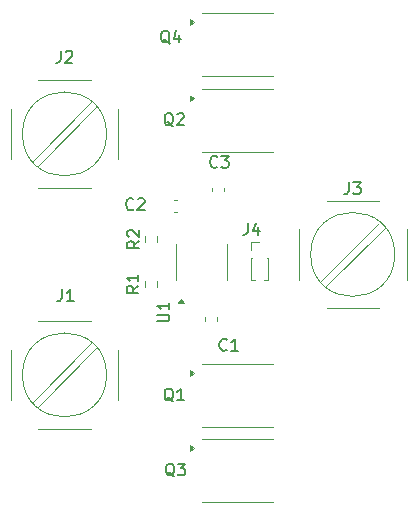
<source format=gbr>
%TF.GenerationSoftware,KiCad,Pcbnew,8.0.1*%
%TF.CreationDate,2024-04-15T20:02:01-07:00*%
%TF.ProjectId,Ideal OR Diode,49646561-6c20-44f5-9220-44696f64652e,1.0*%
%TF.SameCoordinates,Original*%
%TF.FileFunction,Legend,Top*%
%TF.FilePolarity,Positive*%
%FSLAX46Y46*%
G04 Gerber Fmt 4.6, Leading zero omitted, Abs format (unit mm)*
G04 Created by KiCad (PCBNEW 8.0.1) date 2024-04-15 20:02:01*
%MOMM*%
%LPD*%
G01*
G04 APERTURE LIST*
%ADD10C,0.150000*%
%ADD11C,0.120000*%
G04 APERTURE END LIST*
D10*
X120866666Y-85754819D02*
X120866666Y-86469104D01*
X120866666Y-86469104D02*
X120819047Y-86611961D01*
X120819047Y-86611961D02*
X120723809Y-86707200D01*
X120723809Y-86707200D02*
X120580952Y-86754819D01*
X120580952Y-86754819D02*
X120485714Y-86754819D01*
X121866666Y-86754819D02*
X121295238Y-86754819D01*
X121580952Y-86754819D02*
X121580952Y-85754819D01*
X121580952Y-85754819D02*
X121485714Y-85897676D01*
X121485714Y-85897676D02*
X121390476Y-85992914D01*
X121390476Y-85992914D02*
X121295238Y-86040533D01*
X130004761Y-64950057D02*
X129909523Y-64902438D01*
X129909523Y-64902438D02*
X129814285Y-64807200D01*
X129814285Y-64807200D02*
X129671428Y-64664342D01*
X129671428Y-64664342D02*
X129576190Y-64616723D01*
X129576190Y-64616723D02*
X129480952Y-64616723D01*
X129528571Y-64854819D02*
X129433333Y-64807200D01*
X129433333Y-64807200D02*
X129338095Y-64711961D01*
X129338095Y-64711961D02*
X129290476Y-64521485D01*
X129290476Y-64521485D02*
X129290476Y-64188152D01*
X129290476Y-64188152D02*
X129338095Y-63997676D01*
X129338095Y-63997676D02*
X129433333Y-63902438D01*
X129433333Y-63902438D02*
X129528571Y-63854819D01*
X129528571Y-63854819D02*
X129719047Y-63854819D01*
X129719047Y-63854819D02*
X129814285Y-63902438D01*
X129814285Y-63902438D02*
X129909523Y-63997676D01*
X129909523Y-63997676D02*
X129957142Y-64188152D01*
X129957142Y-64188152D02*
X129957142Y-64521485D01*
X129957142Y-64521485D02*
X129909523Y-64711961D01*
X129909523Y-64711961D02*
X129814285Y-64807200D01*
X129814285Y-64807200D02*
X129719047Y-64854819D01*
X129719047Y-64854819D02*
X129528571Y-64854819D01*
X130814285Y-64188152D02*
X130814285Y-64854819D01*
X130576190Y-63807200D02*
X130338095Y-64521485D01*
X130338095Y-64521485D02*
X130957142Y-64521485D01*
X130404761Y-101600057D02*
X130309523Y-101552438D01*
X130309523Y-101552438D02*
X130214285Y-101457200D01*
X130214285Y-101457200D02*
X130071428Y-101314342D01*
X130071428Y-101314342D02*
X129976190Y-101266723D01*
X129976190Y-101266723D02*
X129880952Y-101266723D01*
X129928571Y-101504819D02*
X129833333Y-101457200D01*
X129833333Y-101457200D02*
X129738095Y-101361961D01*
X129738095Y-101361961D02*
X129690476Y-101171485D01*
X129690476Y-101171485D02*
X129690476Y-100838152D01*
X129690476Y-100838152D02*
X129738095Y-100647676D01*
X129738095Y-100647676D02*
X129833333Y-100552438D01*
X129833333Y-100552438D02*
X129928571Y-100504819D01*
X129928571Y-100504819D02*
X130119047Y-100504819D01*
X130119047Y-100504819D02*
X130214285Y-100552438D01*
X130214285Y-100552438D02*
X130309523Y-100647676D01*
X130309523Y-100647676D02*
X130357142Y-100838152D01*
X130357142Y-100838152D02*
X130357142Y-101171485D01*
X130357142Y-101171485D02*
X130309523Y-101361961D01*
X130309523Y-101361961D02*
X130214285Y-101457200D01*
X130214285Y-101457200D02*
X130119047Y-101504819D01*
X130119047Y-101504819D02*
X129928571Y-101504819D01*
X130690476Y-100504819D02*
X131309523Y-100504819D01*
X131309523Y-100504819D02*
X130976190Y-100885771D01*
X130976190Y-100885771D02*
X131119047Y-100885771D01*
X131119047Y-100885771D02*
X131214285Y-100933390D01*
X131214285Y-100933390D02*
X131261904Y-100981009D01*
X131261904Y-100981009D02*
X131309523Y-101076247D01*
X131309523Y-101076247D02*
X131309523Y-101314342D01*
X131309523Y-101314342D02*
X131261904Y-101409580D01*
X131261904Y-101409580D02*
X131214285Y-101457200D01*
X131214285Y-101457200D02*
X131119047Y-101504819D01*
X131119047Y-101504819D02*
X130833333Y-101504819D01*
X130833333Y-101504819D02*
X130738095Y-101457200D01*
X130738095Y-101457200D02*
X130690476Y-101409580D01*
X126933333Y-78959580D02*
X126885714Y-79007200D01*
X126885714Y-79007200D02*
X126742857Y-79054819D01*
X126742857Y-79054819D02*
X126647619Y-79054819D01*
X126647619Y-79054819D02*
X126504762Y-79007200D01*
X126504762Y-79007200D02*
X126409524Y-78911961D01*
X126409524Y-78911961D02*
X126361905Y-78816723D01*
X126361905Y-78816723D02*
X126314286Y-78626247D01*
X126314286Y-78626247D02*
X126314286Y-78483390D01*
X126314286Y-78483390D02*
X126361905Y-78292914D01*
X126361905Y-78292914D02*
X126409524Y-78197676D01*
X126409524Y-78197676D02*
X126504762Y-78102438D01*
X126504762Y-78102438D02*
X126647619Y-78054819D01*
X126647619Y-78054819D02*
X126742857Y-78054819D01*
X126742857Y-78054819D02*
X126885714Y-78102438D01*
X126885714Y-78102438D02*
X126933333Y-78150057D01*
X127314286Y-78150057D02*
X127361905Y-78102438D01*
X127361905Y-78102438D02*
X127457143Y-78054819D01*
X127457143Y-78054819D02*
X127695238Y-78054819D01*
X127695238Y-78054819D02*
X127790476Y-78102438D01*
X127790476Y-78102438D02*
X127838095Y-78150057D01*
X127838095Y-78150057D02*
X127885714Y-78245295D01*
X127885714Y-78245295D02*
X127885714Y-78340533D01*
X127885714Y-78340533D02*
X127838095Y-78483390D01*
X127838095Y-78483390D02*
X127266667Y-79054819D01*
X127266667Y-79054819D02*
X127885714Y-79054819D01*
X134033333Y-75359580D02*
X133985714Y-75407200D01*
X133985714Y-75407200D02*
X133842857Y-75454819D01*
X133842857Y-75454819D02*
X133747619Y-75454819D01*
X133747619Y-75454819D02*
X133604762Y-75407200D01*
X133604762Y-75407200D02*
X133509524Y-75311961D01*
X133509524Y-75311961D02*
X133461905Y-75216723D01*
X133461905Y-75216723D02*
X133414286Y-75026247D01*
X133414286Y-75026247D02*
X133414286Y-74883390D01*
X133414286Y-74883390D02*
X133461905Y-74692914D01*
X133461905Y-74692914D02*
X133509524Y-74597676D01*
X133509524Y-74597676D02*
X133604762Y-74502438D01*
X133604762Y-74502438D02*
X133747619Y-74454819D01*
X133747619Y-74454819D02*
X133842857Y-74454819D01*
X133842857Y-74454819D02*
X133985714Y-74502438D01*
X133985714Y-74502438D02*
X134033333Y-74550057D01*
X134366667Y-74454819D02*
X134985714Y-74454819D01*
X134985714Y-74454819D02*
X134652381Y-74835771D01*
X134652381Y-74835771D02*
X134795238Y-74835771D01*
X134795238Y-74835771D02*
X134890476Y-74883390D01*
X134890476Y-74883390D02*
X134938095Y-74931009D01*
X134938095Y-74931009D02*
X134985714Y-75026247D01*
X134985714Y-75026247D02*
X134985714Y-75264342D01*
X134985714Y-75264342D02*
X134938095Y-75359580D01*
X134938095Y-75359580D02*
X134890476Y-75407200D01*
X134890476Y-75407200D02*
X134795238Y-75454819D01*
X134795238Y-75454819D02*
X134509524Y-75454819D01*
X134509524Y-75454819D02*
X134414286Y-75407200D01*
X134414286Y-75407200D02*
X134366667Y-75359580D01*
X130304761Y-71950057D02*
X130209523Y-71902438D01*
X130209523Y-71902438D02*
X130114285Y-71807200D01*
X130114285Y-71807200D02*
X129971428Y-71664342D01*
X129971428Y-71664342D02*
X129876190Y-71616723D01*
X129876190Y-71616723D02*
X129780952Y-71616723D01*
X129828571Y-71854819D02*
X129733333Y-71807200D01*
X129733333Y-71807200D02*
X129638095Y-71711961D01*
X129638095Y-71711961D02*
X129590476Y-71521485D01*
X129590476Y-71521485D02*
X129590476Y-71188152D01*
X129590476Y-71188152D02*
X129638095Y-70997676D01*
X129638095Y-70997676D02*
X129733333Y-70902438D01*
X129733333Y-70902438D02*
X129828571Y-70854819D01*
X129828571Y-70854819D02*
X130019047Y-70854819D01*
X130019047Y-70854819D02*
X130114285Y-70902438D01*
X130114285Y-70902438D02*
X130209523Y-70997676D01*
X130209523Y-70997676D02*
X130257142Y-71188152D01*
X130257142Y-71188152D02*
X130257142Y-71521485D01*
X130257142Y-71521485D02*
X130209523Y-71711961D01*
X130209523Y-71711961D02*
X130114285Y-71807200D01*
X130114285Y-71807200D02*
X130019047Y-71854819D01*
X130019047Y-71854819D02*
X129828571Y-71854819D01*
X130638095Y-70950057D02*
X130685714Y-70902438D01*
X130685714Y-70902438D02*
X130780952Y-70854819D01*
X130780952Y-70854819D02*
X131019047Y-70854819D01*
X131019047Y-70854819D02*
X131114285Y-70902438D01*
X131114285Y-70902438D02*
X131161904Y-70950057D01*
X131161904Y-70950057D02*
X131209523Y-71045295D01*
X131209523Y-71045295D02*
X131209523Y-71140533D01*
X131209523Y-71140533D02*
X131161904Y-71283390D01*
X131161904Y-71283390D02*
X130590476Y-71854819D01*
X130590476Y-71854819D02*
X131209523Y-71854819D01*
X136616666Y-80154819D02*
X136616666Y-80869104D01*
X136616666Y-80869104D02*
X136569047Y-81011961D01*
X136569047Y-81011961D02*
X136473809Y-81107200D01*
X136473809Y-81107200D02*
X136330952Y-81154819D01*
X136330952Y-81154819D02*
X136235714Y-81154819D01*
X137521428Y-80488152D02*
X137521428Y-81154819D01*
X137283333Y-80107200D02*
X137045238Y-80821485D01*
X137045238Y-80821485D02*
X137664285Y-80821485D01*
X134833333Y-90859580D02*
X134785714Y-90907200D01*
X134785714Y-90907200D02*
X134642857Y-90954819D01*
X134642857Y-90954819D02*
X134547619Y-90954819D01*
X134547619Y-90954819D02*
X134404762Y-90907200D01*
X134404762Y-90907200D02*
X134309524Y-90811961D01*
X134309524Y-90811961D02*
X134261905Y-90716723D01*
X134261905Y-90716723D02*
X134214286Y-90526247D01*
X134214286Y-90526247D02*
X134214286Y-90383390D01*
X134214286Y-90383390D02*
X134261905Y-90192914D01*
X134261905Y-90192914D02*
X134309524Y-90097676D01*
X134309524Y-90097676D02*
X134404762Y-90002438D01*
X134404762Y-90002438D02*
X134547619Y-89954819D01*
X134547619Y-89954819D02*
X134642857Y-89954819D01*
X134642857Y-89954819D02*
X134785714Y-90002438D01*
X134785714Y-90002438D02*
X134833333Y-90050057D01*
X135785714Y-90954819D02*
X135214286Y-90954819D01*
X135500000Y-90954819D02*
X135500000Y-89954819D01*
X135500000Y-89954819D02*
X135404762Y-90097676D01*
X135404762Y-90097676D02*
X135309524Y-90192914D01*
X135309524Y-90192914D02*
X135214286Y-90240533D01*
X127424819Y-81679166D02*
X126948628Y-82012499D01*
X127424819Y-82250594D02*
X126424819Y-82250594D01*
X126424819Y-82250594D02*
X126424819Y-81869642D01*
X126424819Y-81869642D02*
X126472438Y-81774404D01*
X126472438Y-81774404D02*
X126520057Y-81726785D01*
X126520057Y-81726785D02*
X126615295Y-81679166D01*
X126615295Y-81679166D02*
X126758152Y-81679166D01*
X126758152Y-81679166D02*
X126853390Y-81726785D01*
X126853390Y-81726785D02*
X126901009Y-81774404D01*
X126901009Y-81774404D02*
X126948628Y-81869642D01*
X126948628Y-81869642D02*
X126948628Y-82250594D01*
X126520057Y-81298213D02*
X126472438Y-81250594D01*
X126472438Y-81250594D02*
X126424819Y-81155356D01*
X126424819Y-81155356D02*
X126424819Y-80917261D01*
X126424819Y-80917261D02*
X126472438Y-80822023D01*
X126472438Y-80822023D02*
X126520057Y-80774404D01*
X126520057Y-80774404D02*
X126615295Y-80726785D01*
X126615295Y-80726785D02*
X126710533Y-80726785D01*
X126710533Y-80726785D02*
X126853390Y-80774404D01*
X126853390Y-80774404D02*
X127424819Y-81345832D01*
X127424819Y-81345832D02*
X127424819Y-80726785D01*
X127354819Y-85466666D02*
X126878628Y-85799999D01*
X127354819Y-86038094D02*
X126354819Y-86038094D01*
X126354819Y-86038094D02*
X126354819Y-85657142D01*
X126354819Y-85657142D02*
X126402438Y-85561904D01*
X126402438Y-85561904D02*
X126450057Y-85514285D01*
X126450057Y-85514285D02*
X126545295Y-85466666D01*
X126545295Y-85466666D02*
X126688152Y-85466666D01*
X126688152Y-85466666D02*
X126783390Y-85514285D01*
X126783390Y-85514285D02*
X126831009Y-85561904D01*
X126831009Y-85561904D02*
X126878628Y-85657142D01*
X126878628Y-85657142D02*
X126878628Y-86038094D01*
X127354819Y-84514285D02*
X127354819Y-85085713D01*
X127354819Y-84799999D02*
X126354819Y-84799999D01*
X126354819Y-84799999D02*
X126497676Y-84895237D01*
X126497676Y-84895237D02*
X126592914Y-84990475D01*
X126592914Y-84990475D02*
X126640533Y-85085713D01*
X145166666Y-76694819D02*
X145166666Y-77409104D01*
X145166666Y-77409104D02*
X145119047Y-77551961D01*
X145119047Y-77551961D02*
X145023809Y-77647200D01*
X145023809Y-77647200D02*
X144880952Y-77694819D01*
X144880952Y-77694819D02*
X144785714Y-77694819D01*
X145547619Y-76694819D02*
X146166666Y-76694819D01*
X146166666Y-76694819D02*
X145833333Y-77075771D01*
X145833333Y-77075771D02*
X145976190Y-77075771D01*
X145976190Y-77075771D02*
X146071428Y-77123390D01*
X146071428Y-77123390D02*
X146119047Y-77171009D01*
X146119047Y-77171009D02*
X146166666Y-77266247D01*
X146166666Y-77266247D02*
X146166666Y-77504342D01*
X146166666Y-77504342D02*
X146119047Y-77599580D01*
X146119047Y-77599580D02*
X146071428Y-77647200D01*
X146071428Y-77647200D02*
X145976190Y-77694819D01*
X145976190Y-77694819D02*
X145690476Y-77694819D01*
X145690476Y-77694819D02*
X145595238Y-77647200D01*
X145595238Y-77647200D02*
X145547619Y-77599580D01*
X120766666Y-65554819D02*
X120766666Y-66269104D01*
X120766666Y-66269104D02*
X120719047Y-66411961D01*
X120719047Y-66411961D02*
X120623809Y-66507200D01*
X120623809Y-66507200D02*
X120480952Y-66554819D01*
X120480952Y-66554819D02*
X120385714Y-66554819D01*
X121195238Y-65650057D02*
X121242857Y-65602438D01*
X121242857Y-65602438D02*
X121338095Y-65554819D01*
X121338095Y-65554819D02*
X121576190Y-65554819D01*
X121576190Y-65554819D02*
X121671428Y-65602438D01*
X121671428Y-65602438D02*
X121719047Y-65650057D01*
X121719047Y-65650057D02*
X121766666Y-65745295D01*
X121766666Y-65745295D02*
X121766666Y-65840533D01*
X121766666Y-65840533D02*
X121719047Y-65983390D01*
X121719047Y-65983390D02*
X121147619Y-66554819D01*
X121147619Y-66554819D02*
X121766666Y-66554819D01*
X128954819Y-88461904D02*
X129764342Y-88461904D01*
X129764342Y-88461904D02*
X129859580Y-88414285D01*
X129859580Y-88414285D02*
X129907200Y-88366666D01*
X129907200Y-88366666D02*
X129954819Y-88271428D01*
X129954819Y-88271428D02*
X129954819Y-88080952D01*
X129954819Y-88080952D02*
X129907200Y-87985714D01*
X129907200Y-87985714D02*
X129859580Y-87938095D01*
X129859580Y-87938095D02*
X129764342Y-87890476D01*
X129764342Y-87890476D02*
X128954819Y-87890476D01*
X129954819Y-86890476D02*
X129954819Y-87461904D01*
X129954819Y-87176190D02*
X128954819Y-87176190D01*
X128954819Y-87176190D02*
X129097676Y-87271428D01*
X129097676Y-87271428D02*
X129192914Y-87366666D01*
X129192914Y-87366666D02*
X129240533Y-87461904D01*
X130304761Y-95250057D02*
X130209523Y-95202438D01*
X130209523Y-95202438D02*
X130114285Y-95107200D01*
X130114285Y-95107200D02*
X129971428Y-94964342D01*
X129971428Y-94964342D02*
X129876190Y-94916723D01*
X129876190Y-94916723D02*
X129780952Y-94916723D01*
X129828571Y-95154819D02*
X129733333Y-95107200D01*
X129733333Y-95107200D02*
X129638095Y-95011961D01*
X129638095Y-95011961D02*
X129590476Y-94821485D01*
X129590476Y-94821485D02*
X129590476Y-94488152D01*
X129590476Y-94488152D02*
X129638095Y-94297676D01*
X129638095Y-94297676D02*
X129733333Y-94202438D01*
X129733333Y-94202438D02*
X129828571Y-94154819D01*
X129828571Y-94154819D02*
X130019047Y-94154819D01*
X130019047Y-94154819D02*
X130114285Y-94202438D01*
X130114285Y-94202438D02*
X130209523Y-94297676D01*
X130209523Y-94297676D02*
X130257142Y-94488152D01*
X130257142Y-94488152D02*
X130257142Y-94821485D01*
X130257142Y-94821485D02*
X130209523Y-95011961D01*
X130209523Y-95011961D02*
X130114285Y-95107200D01*
X130114285Y-95107200D02*
X130019047Y-95154819D01*
X130019047Y-95154819D02*
X129828571Y-95154819D01*
X131209523Y-95154819D02*
X130638095Y-95154819D01*
X130923809Y-95154819D02*
X130923809Y-94154819D01*
X130923809Y-94154819D02*
X130828571Y-94297676D01*
X130828571Y-94297676D02*
X130733333Y-94392914D01*
X130733333Y-94392914D02*
X130638095Y-94440533D01*
D11*
%TO.C,J1*%
X116540000Y-90855000D02*
X116540000Y-95145000D01*
X118896000Y-88440000D02*
X123304000Y-88440000D01*
X118896000Y-97560000D02*
X123304000Y-97560000D01*
X123366000Y-90300000D02*
X118399000Y-95266000D01*
X123800000Y-90734000D02*
X118834000Y-95700000D01*
X125660000Y-90855000D02*
X125660000Y-95145000D01*
X124660000Y-93000000D02*
G75*
G02*
X117540000Y-93000000I-3560000J0D01*
G01*
X117540000Y-93000000D02*
G75*
G02*
X124660000Y-93000000I3560000J0D01*
G01*
%TO.C,Q4*%
X138730000Y-62350000D02*
X132730000Y-62350000D01*
X138730000Y-67675000D02*
X132730000Y-67675000D01*
X132043173Y-63125000D02*
X131713173Y-63365000D01*
X131713173Y-62885000D01*
X132043173Y-63125000D01*
G36*
X132043173Y-63125000D02*
G01*
X131713173Y-63365000D01*
X131713173Y-62885000D01*
X132043173Y-63125000D01*
G37*
%TO.C,Q3*%
X138780000Y-98440000D02*
X132780000Y-98440000D01*
X138780000Y-103765000D02*
X132780000Y-103765000D01*
X132093173Y-99215000D02*
X131763173Y-99455000D01*
X131763173Y-98975000D01*
X132093173Y-99215000D01*
G36*
X132093173Y-99215000D02*
G01*
X131763173Y-99455000D01*
X131763173Y-98975000D01*
X132093173Y-99215000D01*
G37*
%TO.C,C2*%
X130646267Y-78190000D02*
X130353733Y-78190000D01*
X130646267Y-79210000D02*
X130353733Y-79210000D01*
%TO.C,C3*%
X133590000Y-77446267D02*
X133590000Y-77153733D01*
X134610000Y-77446267D02*
X134610000Y-77153733D01*
%TO.C,Q2*%
X138730000Y-68816000D02*
X132730000Y-68816000D01*
X138730000Y-74141000D02*
X132730000Y-74141000D01*
X132043173Y-69591000D02*
X131713173Y-69831000D01*
X131713173Y-69351000D01*
X132043173Y-69591000D01*
G36*
X132043173Y-69591000D02*
G01*
X131713173Y-69831000D01*
X131713173Y-69351000D01*
X132043173Y-69591000D01*
G37*
%TO.C,J4*%
X136905000Y-81715000D02*
X137600000Y-81715000D01*
X136905000Y-82400000D02*
X136905000Y-81715000D01*
X136905000Y-83085000D02*
X136905000Y-84960000D01*
X136905000Y-83085000D02*
X136991724Y-83085000D01*
X136905000Y-84960000D02*
X137205507Y-84960000D01*
X137994493Y-84960000D02*
X138295000Y-84960000D01*
X138208276Y-83085000D02*
X138295000Y-83085000D01*
X138295000Y-83085000D02*
X138295000Y-84960000D01*
%TO.C,C1*%
X132990000Y-88116233D02*
X132990000Y-88408767D01*
X134010000Y-88116233D02*
X134010000Y-88408767D01*
%TO.C,R2*%
X127877500Y-81767224D02*
X127877500Y-81257776D01*
X128922500Y-81767224D02*
X128922500Y-81257776D01*
%TO.C,R1*%
X127877500Y-85057776D02*
X127877500Y-85567224D01*
X128922500Y-85057776D02*
X128922500Y-85567224D01*
%TO.C,J3*%
X140940000Y-80655000D02*
X140940000Y-84945000D01*
X143296000Y-78240000D02*
X147704000Y-78240000D01*
X143296000Y-87360000D02*
X147704000Y-87360000D01*
X147766000Y-80100000D02*
X142799000Y-85066000D01*
X148200000Y-80534000D02*
X143234000Y-85500000D01*
X150060000Y-80655000D02*
X150060000Y-84945000D01*
X149060000Y-82800000D02*
G75*
G02*
X141940000Y-82800000I-3560000J0D01*
G01*
X141940000Y-82800000D02*
G75*
G02*
X149060000Y-82800000I3560000J0D01*
G01*
%TO.C,J2*%
X116540000Y-70455000D02*
X116540000Y-74745000D01*
X118896000Y-68040000D02*
X123304000Y-68040000D01*
X118896000Y-77160000D02*
X123304000Y-77160000D01*
X123366000Y-69900000D02*
X118399000Y-74866000D01*
X123800000Y-70334000D02*
X118834000Y-75300000D01*
X125660000Y-70455000D02*
X125660000Y-74745000D01*
X124660000Y-72600000D02*
G75*
G02*
X117540000Y-72600000I-3560000J0D01*
G01*
X117540000Y-72600000D02*
G75*
G02*
X124660000Y-72600000I3560000J0D01*
G01*
%TO.C,U1*%
X130555000Y-83439000D02*
X130555000Y-81939000D01*
X130555000Y-83439000D02*
X130555000Y-84939000D01*
X134875000Y-83439000D02*
X134875000Y-81939000D01*
X134875000Y-83439000D02*
X134875000Y-84939000D01*
X131205000Y-86904000D02*
X130725000Y-86904000D01*
X130965000Y-86574000D01*
X131205000Y-86904000D01*
G36*
X131205000Y-86904000D02*
G01*
X130725000Y-86904000D01*
X130965000Y-86574000D01*
X131205000Y-86904000D01*
G37*
%TO.C,Q1*%
X138730000Y-92050000D02*
X132730000Y-92050000D01*
X138730000Y-97375000D02*
X132730000Y-97375000D01*
X132043173Y-92825000D02*
X131713173Y-93065000D01*
X131713173Y-92585000D01*
X132043173Y-92825000D01*
G36*
X132043173Y-92825000D02*
G01*
X131713173Y-93065000D01*
X131713173Y-92585000D01*
X132043173Y-92825000D01*
G37*
%TD*%
M02*

</source>
